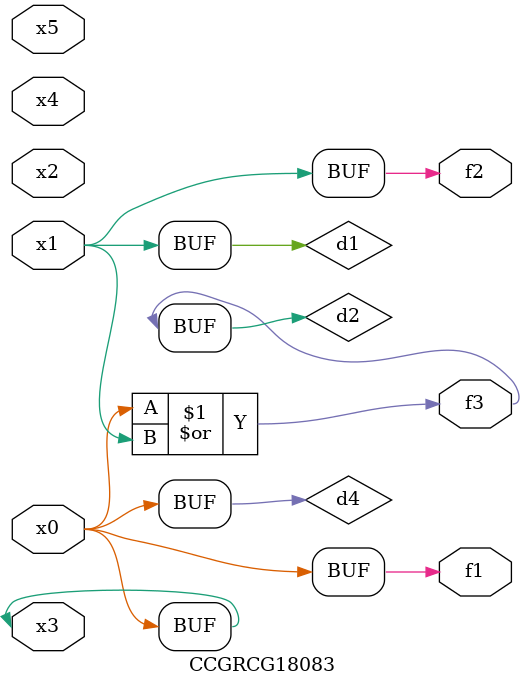
<source format=v>
module CCGRCG18083(
	input x0, x1, x2, x3, x4, x5,
	output f1, f2, f3
);

	wire d1, d2, d3, d4;

	and (d1, x1);
	or (d2, x0, x1);
	nand (d3, x0, x5);
	buf (d4, x0, x3);
	assign f1 = d4;
	assign f2 = d1;
	assign f3 = d2;
endmodule

</source>
